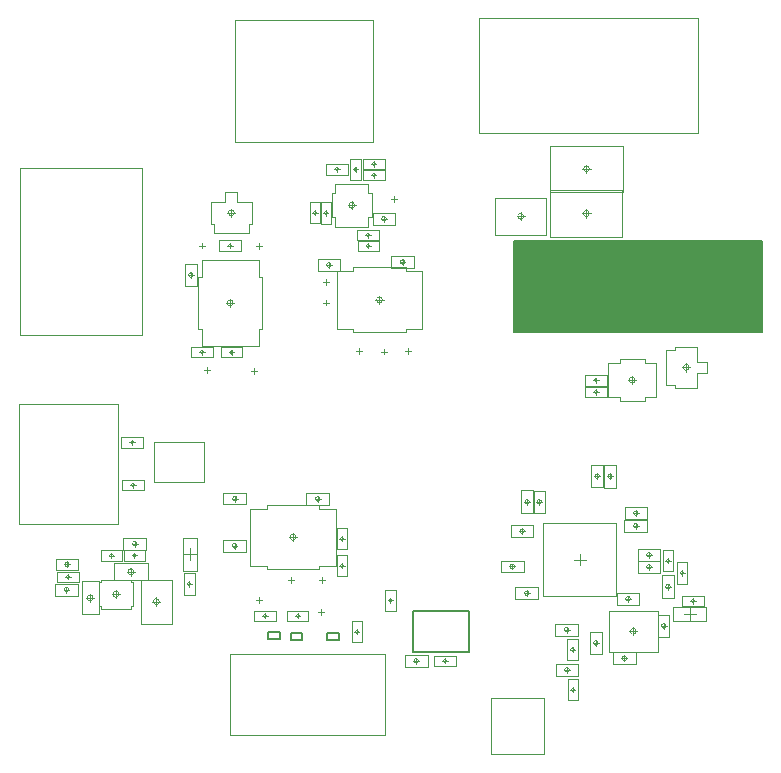
<source format=gbr>
%TF.GenerationSoftware,Altium Limited,Altium Designer,24.4.1 (13)*%
G04 Layer_Color=8388736*
%FSLAX45Y45*%
%MOMM*%
%TF.SameCoordinates,BD841E63-566E-43FA-B15A-678BD665FBE9*%
%TF.FilePolarity,Positive*%
%TF.FileFunction,Other,Top_Courtyard*%
%TF.Part,Single*%
G01*
G75*
%TA.AperFunction,NonConductor*%
%ADD78C,0.20000*%
%ADD80C,0.10000*%
%ADD84C,0.15240*%
%ADD138C,0.05000*%
G36*
X8838684Y7699380D02*
X6738104D01*
Y8471540D01*
X8838684D01*
Y7699380D01*
D02*
G37*
D78*
X5160000Y5090000D02*
X5260000D01*
X5160000D02*
Y5150000D01*
X5260000D01*
Y5090000D02*
Y5150000D01*
X4850000Y5152500D02*
X4950000D01*
Y5092500D02*
Y5152500D01*
X4850000Y5092500D02*
X4950000D01*
X4850000D02*
Y5152500D01*
X4662500Y5157500D02*
X4762500D01*
Y5097500D02*
Y5157500D01*
X4662500Y5097500D02*
X4762500D01*
X4662500D02*
Y5157500D01*
X5889659Y4987501D02*
Y5337500D01*
X6359659D01*
Y4987501D02*
Y5337500D01*
X5889659Y4987501D02*
X6359659D01*
D80*
X7298497Y5721382D02*
Y5821382D01*
X7248497Y5771382D02*
X7348497D01*
D84*
X6738104Y7699380D02*
X8838684D01*
X6738104D02*
Y8471540D01*
X8838684D01*
Y7699380D02*
Y8471540D01*
D138*
X3395980Y5477140D02*
G03*
X3395980Y5477140I-25000J0D01*
G01*
X2981500Y5625000D02*
G03*
X2981500Y5625000I-16500J0D01*
G01*
X6822500Y8677500D02*
G03*
X6822500Y8677500I-25000J0D01*
G01*
X7451499Y7287500D02*
G03*
X7451499Y7287500I-16500J0D01*
G01*
Y7190000D02*
G03*
X7451499Y7190000I-16500J0D01*
G01*
X5571500Y9120000D02*
G03*
X5571500Y9120000I-16500J0D01*
G01*
X5571501Y9025000D02*
G03*
X5571501Y9025000I-16500J0D01*
G01*
X5416500Y9075000D02*
G03*
X5416500Y9075000I-16500J0D01*
G01*
X5524000Y8427500D02*
G03*
X5524000Y8427500I-16500J0D01*
G01*
X5521500Y8517500D02*
G03*
X5521500Y8517500I-16500J0D01*
G01*
X5163721Y8705179D02*
G03*
X5163721Y8705179I-16500J0D01*
G01*
X5259000Y9075000D02*
G03*
X5259000Y9075000I-16500J0D01*
G01*
X5072281Y8707719D02*
G03*
X5072281Y8707719I-16500J0D01*
G01*
X4116500Y7527500D02*
G03*
X4116500Y7527500I-16500J0D01*
G01*
X4649000Y5295000D02*
G03*
X4649000Y5295000I-16500J0D01*
G01*
X5711500Y5425000D02*
G03*
X5711500Y5425000I-16500J0D01*
G01*
X4354000Y8430000D02*
G03*
X4354000Y8430000I-16500J0D01*
G01*
X4926501Y5294999D02*
G03*
X4926501Y5294999I-16500J0D01*
G01*
X6174179Y4913580D02*
G03*
X6174179Y4913580I-16500J0D01*
G01*
X5301500Y5720000D02*
G03*
X5301500Y5720000I-16500J0D01*
G01*
Y5947500D02*
G03*
X5301500Y5947500I-16500J0D01*
G01*
X5426500Y5160000D02*
G03*
X5426500Y5160000I-16500J0D01*
G01*
X4366500Y7527500D02*
G03*
X4366500Y7527500I-16500J0D01*
G01*
X3543440Y5806060D02*
G03*
X3543440Y5806060I-16500J0D01*
G01*
X3349000Y5805000D02*
G03*
X3349000Y5805000I-16500J0D01*
G01*
X3524000Y6762500D02*
G03*
X3524000Y6762500I-16500J0D01*
G01*
X3532300Y6400000D02*
G03*
X3532300Y6400000I-16500J0D01*
G01*
X8274000Y5420000D02*
G03*
X8274000Y5420000I-16500J0D01*
G01*
X4009000Y5565000D02*
G03*
X4009000Y5565000I-16500J0D01*
G01*
X3737500Y5415000D02*
G03*
X3737500Y5415000I-25000J0D01*
G01*
X8181500Y5657500D02*
G03*
X8181500Y5657500I-16500J0D01*
G01*
X8061617Y5761262D02*
G03*
X8061617Y5761262I-16500J0D01*
G01*
X7254000Y5007500D02*
G03*
X7254000Y5007500I-16500J0D01*
G01*
X7256500Y4670000D02*
G03*
X7256500Y4670000I-16500J0D01*
G01*
X7379280Y8701341D02*
G03*
X7379280Y8701341I-25000J0D01*
G01*
X7380000Y9080000D02*
G03*
X7380000Y9080000I-25000J0D01*
G01*
X3177500Y5447700D02*
G03*
X3177500Y5447700I-25000J0D01*
G01*
X3522700Y5667500D02*
G03*
X3522700Y5667500I-25000J0D01*
G01*
X8026250Y5210000D02*
G03*
X8026250Y5210000I-18750J0D01*
G01*
X7903847Y5710462D02*
G03*
X7903847Y5710462I-18750J0D01*
G01*
Y5812062D02*
G03*
X7903847Y5812062I-18750J0D01*
G01*
X7573972Y6475543D02*
G03*
X7573972Y6475543I-18750J0D01*
G01*
X7693773Y4934944D02*
G03*
X7693773Y4934944I-18750J0D01*
G01*
X7791307Y6057522D02*
G03*
X7791307Y6057522I-18750J0D01*
G01*
X7726250Y5440000D02*
G03*
X7726250Y5440000I-18750J0D01*
G01*
X7464752Y6478083D02*
G03*
X7464752Y6478083I-18750J0D01*
G01*
X7453750Y5065000D02*
G03*
X7453750Y5065000I-18750J0D01*
G01*
X7791747Y6163262D02*
G03*
X7791747Y6163262I-18750J0D01*
G01*
X8063750Y5542500D02*
G03*
X8063750Y5542500I-18750J0D01*
G01*
X7206250Y5177500D02*
G03*
X7206250Y5177500I-18750J0D01*
G01*
X7208750Y4837500D02*
G03*
X7208750Y4837500I-18750J0D01*
G01*
X6975407Y6259682D02*
G03*
X6975407Y6259682I-18750J0D01*
G01*
X6868750Y5485000D02*
G03*
X6868750Y5485000I-18750J0D01*
G01*
X6871267Y6260442D02*
G03*
X6871267Y6260442I-18750J0D01*
G01*
X5193750Y8265000D02*
G03*
X5193750Y8265000I-18750J0D01*
G01*
X5658750Y8657500D02*
G03*
X5658750Y8657500I-18750J0D01*
G01*
X5816250Y8290000D02*
G03*
X5816250Y8290000I-18750J0D01*
G01*
X6828750Y6012500D02*
G03*
X6828750Y6012500I-18750J0D01*
G01*
X6746250Y5712500D02*
G03*
X6746250Y5712500I-18750J0D01*
G01*
X5097030Y6285120D02*
G03*
X5097030Y6285120I-18750J0D01*
G01*
X4023750Y8180000D02*
G03*
X4023750Y8180000I-18750J0D01*
G01*
X4396250Y6287500D02*
G03*
X4396250Y6287500I-18750J0D01*
G01*
X4393750Y5887500D02*
G03*
X4393750Y5887500I-18750J0D01*
G01*
X5932589Y4913580D02*
G03*
X5932589Y4913580I-18750J0D01*
G01*
X2976130Y5730160D02*
G03*
X2976130Y5730160I-18750J0D01*
G01*
X2971050Y5516800D02*
G03*
X2971050Y5516800I-18750J0D01*
G01*
X3548750Y5905000D02*
G03*
X3548750Y5905000I-18750J0D01*
G01*
X7776222Y5163544D02*
G03*
X7776222Y5163544I-25000J0D01*
G01*
X5392380Y8770820D02*
G03*
X5392380Y8770820I-25000J0D01*
G01*
X4372500Y8707500D02*
G03*
X4372500Y8707500I-25000J0D01*
G01*
X8225000Y7397500D02*
G03*
X8225000Y7397500I-25000J0D01*
G01*
X7766339Y7290240D02*
G03*
X7766339Y7290240I-25000J0D01*
G01*
X4895000Y5960000D02*
G03*
X4895000Y5960000I-25000J0D01*
G01*
X4362500Y7945000D02*
G03*
X4362500Y7945000I-25000J0D01*
G01*
X5626500Y7969500D02*
G03*
X5626500Y7969500I-25000J0D01*
G01*
X3335980Y5477140D02*
X3405980D01*
X3370980Y5442140D02*
Y5512140D01*
X3245980Y5602140D02*
X3495980D01*
X3245980Y5578140D02*
Y5602140D01*
X3224980Y5578140D02*
X3245980D01*
X3224980Y5376140D02*
Y5578140D01*
Y5376140D02*
X3245980D01*
Y5352140D02*
Y5376140D01*
Y5352140D02*
X3495980D01*
Y5376140D01*
X3516980D01*
Y5578140D01*
X3495980D02*
X3516980D01*
X3495980D02*
Y5602140D01*
X8090000Y5250000D02*
Y5370000D01*
Y5250000D02*
X8370000D01*
Y5370000D01*
X8090000D02*
X8370000D01*
X8230000Y5260000D02*
Y5360000D01*
X8180000Y5310000D02*
X8280000D01*
X3935000Y5955000D02*
X4055000D01*
X3935000Y5675000D02*
Y5955000D01*
Y5675000D02*
X4055000D01*
Y5955000D01*
X3945000Y5815000D02*
X4045000D01*
X3995000Y5765000D02*
Y5865000D01*
X6990997Y6078882D02*
X7605997D01*
X6990997Y5463882D02*
X7605997D01*
Y6078882D01*
X6990997Y5463882D02*
Y6078882D01*
X2965000Y5603000D02*
Y5647000D01*
X2943000Y5625000D02*
X2987000D01*
X2875000Y5581000D02*
X3055000D01*
Y5669000D01*
X2875000D02*
X3055000D01*
X2875000Y5581000D02*
Y5669000D01*
X3692000Y6768750D02*
X4114000D01*
Y6426250D02*
Y6768750D01*
X3692000Y6426250D02*
X4114000D01*
X3692000D02*
Y6768750D01*
X6444000Y10352500D02*
X8295000D01*
Y9382500D02*
Y10352500D01*
X6444000Y9382500D02*
X8295000D01*
X6444000D02*
Y10352500D01*
X3592500Y7670000D02*
Y9090000D01*
X2562500Y7670000D02*
X3592500D01*
X2562500D02*
Y9090000D01*
X3592500D01*
X5547500Y9310000D02*
Y10340000D01*
X4377500D02*
X5547500D01*
X4377500Y9310000D02*
Y10340000D01*
Y9310000D02*
X5547500D01*
X2549500Y7087500D02*
X3392500D01*
X2549500Y6073500D02*
Y7087500D01*
Y6073500D02*
X3392500D01*
Y7087500D01*
X6580500Y8518500D02*
Y8836500D01*
X7014500D01*
Y8518500D02*
Y8836500D01*
X6580500Y8518500D02*
X7014500D01*
X6762500Y8677500D02*
X6832500D01*
X6797500Y8642500D02*
Y8712500D01*
X7344999Y7243500D02*
Y7331500D01*
X7524999D01*
Y7243500D02*
Y7331500D01*
X7344999Y7243500D02*
X7524999D01*
X7412999Y7287500D02*
X7456999D01*
X7434999Y7265500D02*
Y7309500D01*
X7344999Y7146000D02*
Y7234000D01*
X7524999D01*
Y7146000D02*
Y7234000D01*
X7344999Y7146000D02*
X7524999D01*
X7412999Y7190000D02*
X7456999D01*
X7434999Y7168000D02*
Y7212000D01*
X5465000Y9076000D02*
Y9164000D01*
X5645000D01*
Y9076000D02*
Y9164000D01*
X5465000Y9076000D02*
X5645000D01*
X5533000Y9120000D02*
X5577000D01*
X5555000Y9098000D02*
Y9142000D01*
X5465000Y8981001D02*
Y9069000D01*
X5645001D01*
Y8981001D02*
Y9069000D01*
X5465000Y8981001D02*
X5645001D01*
X5533001Y9025000D02*
X5577001D01*
X5555001Y9003001D02*
Y9047000D01*
X5356000Y9165000D02*
X5444000D01*
Y8985000D02*
Y9165000D01*
X5356000Y8985000D02*
X5444000D01*
X5356000D02*
Y9165000D01*
X5400000Y9053000D02*
Y9097000D01*
X5378000Y9075000D02*
X5422000D01*
X5597500Y8383500D02*
Y8471500D01*
X5417500Y8383500D02*
X5597500D01*
X5417500D02*
Y8471500D01*
X5597500D01*
X5485500Y8427500D02*
X5529500D01*
X5507500Y8405500D02*
Y8449500D01*
X5415000Y8473500D02*
Y8561500D01*
X5595000D01*
Y8473500D02*
Y8561500D01*
X5415000Y8473500D02*
X5595000D01*
X5483000Y8517500D02*
X5527000D01*
X5505000Y8495500D02*
Y8539500D01*
X5103221Y8615179D02*
X5191221D01*
X5103221D02*
Y8795179D01*
X5191221D01*
Y8615179D02*
Y8795179D01*
X5147221Y8683179D02*
Y8727179D01*
X5125221Y8705179D02*
X5169221D01*
X5152500Y9031000D02*
Y9119000D01*
X5332500D01*
Y9031000D02*
Y9119000D01*
X5152500Y9031000D02*
X5332500D01*
X5220500Y9075000D02*
X5264500D01*
X5242500Y9053000D02*
Y9097000D01*
X5011781Y8797719D02*
X5099781D01*
Y8617719D02*
Y8797719D01*
X5011781Y8617719D02*
X5099781D01*
X5011781D02*
Y8797719D01*
X5055781Y8685719D02*
Y8729719D01*
X5033781Y8707719D02*
X5077781D01*
X4190000Y7483500D02*
Y7571500D01*
X4010000Y7483500D02*
X4190000D01*
X4010000D02*
Y7571500D01*
X4190000D01*
X4078000Y7527500D02*
X4122000D01*
X4100000Y7505500D02*
Y7549500D01*
X4722500Y5251000D02*
Y5339000D01*
X4542500Y5251000D02*
X4722500D01*
X4542500D02*
Y5339000D01*
X4722500D01*
X4610500Y5295000D02*
X4654500D01*
X4632500Y5273000D02*
Y5317000D01*
X5651000Y5335000D02*
X5739000D01*
X5651000D02*
Y5515000D01*
X5739000D01*
Y5335000D02*
Y5515000D01*
X5695000Y5403000D02*
Y5447000D01*
X5673000Y5425000D02*
X5717000D01*
X4247500Y8386000D02*
Y8474000D01*
X4427500D01*
Y8386000D02*
Y8474000D01*
X4247500Y8386000D02*
X4427500D01*
X4315500Y8430000D02*
X4359500D01*
X4337500Y8408000D02*
Y8452000D01*
X4820001Y5250999D02*
Y5338999D01*
X5000001D01*
Y5250999D02*
Y5338999D01*
X4820001Y5250999D02*
X5000001D01*
X4888001Y5294999D02*
X4932001D01*
X4910001Y5272999D02*
Y5316999D01*
X6247679Y4869581D02*
Y4957580D01*
X6067679Y4869581D02*
X6247679D01*
X6067679D02*
Y4957580D01*
X6247679D01*
X6135679Y4913580D02*
X6179679D01*
X6157679Y4891581D02*
Y4935580D01*
X5241000Y5630000D02*
X5329000D01*
X5241000D02*
Y5810000D01*
X5329000D01*
Y5630000D02*
Y5810000D01*
X5285000Y5698000D02*
Y5742000D01*
X5263000Y5720000D02*
X5307000D01*
X5241000Y6037500D02*
X5329000D01*
Y5857500D02*
Y6037500D01*
X5241000Y5857500D02*
X5329000D01*
X5241000D02*
Y6037500D01*
X5285000Y5925500D02*
Y5969500D01*
X5263000Y5947500D02*
X5307000D01*
X5366000Y5070000D02*
X5454000D01*
X5366000D02*
Y5250000D01*
X5454000D01*
Y5070000D02*
Y5250000D01*
X5410000Y5138000D02*
Y5182000D01*
X5388000Y5160000D02*
X5432000D01*
X4260000Y7483500D02*
Y7571500D01*
X4440000D01*
Y7483500D02*
Y7571500D01*
X4260000Y7483500D02*
X4440000D01*
X4328000Y7527500D02*
X4372000D01*
X4350000Y7505500D02*
Y7549500D01*
X3436940Y5762060D02*
Y5850060D01*
X3616940D01*
Y5762060D02*
Y5850060D01*
X3436940Y5762060D02*
X3616940D01*
X3504940Y5806060D02*
X3548940D01*
X3526940Y5784060D02*
Y5828060D01*
X3242500Y5761000D02*
Y5849000D01*
X3422500D01*
Y5761000D02*
Y5849000D01*
X3242500Y5761000D02*
X3422500D01*
X3310500Y5805000D02*
X3354500D01*
X3332500Y5783000D02*
Y5827000D01*
X3597500Y6718500D02*
Y6806500D01*
X3417500Y6718500D02*
X3597500D01*
X3417500D02*
Y6806500D01*
X3597500D01*
X3485500Y6762500D02*
X3529500D01*
X3507500Y6740500D02*
Y6784500D01*
X3605800Y6356000D02*
Y6444000D01*
X3425800Y6356000D02*
X3605800D01*
X3425800D02*
Y6444000D01*
X3605800D01*
X3493800Y6400000D02*
X3537800D01*
X3515800Y6378000D02*
Y6422000D01*
X8167500Y5376000D02*
Y5464000D01*
X8347500D01*
Y5376000D02*
Y5464000D01*
X8167500Y5376000D02*
X8347500D01*
X8235500Y5420000D02*
X8279500D01*
X8257500Y5398000D02*
Y5442000D01*
X3948500Y5475000D02*
X4036500D01*
X3948500D02*
Y5655000D01*
X4036500D01*
Y5475000D02*
Y5655000D01*
X3992500Y5543000D02*
Y5587000D01*
X3970500Y5565000D02*
X4014500D01*
X3677500Y5415000D02*
X3747500D01*
X3712500Y5380000D02*
Y5450000D01*
X3843500Y5229000D02*
Y5601000D01*
X3581500D02*
X3843500D01*
X3581500Y5229000D02*
Y5601000D01*
Y5229000D02*
X3843500D01*
X8121000Y5747500D02*
X8209000D01*
Y5567500D02*
Y5747500D01*
X8121000Y5567500D02*
X8209000D01*
X8121000D02*
Y5747500D01*
X8165000Y5635500D02*
Y5679500D01*
X8143000Y5657500D02*
X8187000D01*
X8001117Y5851262D02*
X8089116D01*
Y5671262D02*
Y5851262D01*
X8001117Y5671262D02*
X8089116D01*
X8001117D02*
Y5851262D01*
X8045116Y5739262D02*
Y5783262D01*
X8023117Y5761262D02*
X8067116D01*
X7193500Y5097500D02*
X7281500D01*
Y4917500D02*
Y5097500D01*
X7193500Y4917500D02*
X7281500D01*
X7193500D02*
Y5097500D01*
X7237500Y4985500D02*
Y5029500D01*
X7215500Y5007500D02*
X7259500D01*
X7196000Y4760000D02*
X7284000D01*
Y4580000D02*
Y4760000D01*
X7196000Y4580000D02*
X7284000D01*
X7196000D02*
Y4760000D01*
X7240000Y4648000D02*
Y4692000D01*
X7218000Y4670000D02*
X7262000D01*
X7354280Y8666341D02*
Y8736341D01*
X7319281Y8701341D02*
X7389280D01*
X7049281Y8505341D02*
X7659280D01*
Y8897341D01*
X7049281D02*
X7659280D01*
X7049281Y8505341D02*
Y8897341D01*
X7355000Y9045000D02*
Y9115000D01*
X7320000Y9080000D02*
X7390000D01*
X7050000Y8884000D02*
X7660000D01*
Y9276000D01*
X7050000D02*
X7660000D01*
X7050000Y8884000D02*
Y9276000D01*
X3081500Y5306700D02*
X3223500D01*
X3081500D02*
Y5588700D01*
X3223500D01*
Y5306700D02*
Y5588700D01*
X3152500Y5412700D02*
Y5482700D01*
X3117500Y5447700D02*
X3187500D01*
X3356700Y5596500D02*
Y5738500D01*
X3638700D01*
Y5596500D02*
Y5738500D01*
X3356700Y5596500D02*
X3638700D01*
X3462700Y5667500D02*
X3532700D01*
X3497700Y5632500D02*
Y5702500D01*
X7957500Y5306000D02*
X8057500D01*
Y5114000D02*
Y5306000D01*
X7957500Y5114000D02*
X8057500D01*
X7957500D02*
Y5306000D01*
X8007500Y5185000D02*
Y5235000D01*
X7982500Y5210000D02*
X8032500D01*
X7789096Y5660462D02*
Y5760462D01*
X7981097D01*
Y5660462D02*
Y5760462D01*
X7789096Y5660462D02*
X7981097D01*
X7860097Y5710462D02*
X7910096D01*
X7885096Y5685462D02*
Y5735462D01*
X7789096Y5762062D02*
Y5862062D01*
X7981097D01*
Y5762062D02*
Y5862062D01*
X7789096Y5762062D02*
X7981097D01*
X7860097Y5812062D02*
X7910096D01*
X7885096Y5787062D02*
Y5837062D01*
X7505222Y6571543D02*
X7605222D01*
Y6379542D02*
Y6571543D01*
X7505222Y6379542D02*
X7605222D01*
X7505222D02*
Y6571543D01*
X7555222Y6450543D02*
Y6500542D01*
X7530222Y6475543D02*
X7580222D01*
X7579022Y4884944D02*
Y4984944D01*
X7771023D01*
Y4884944D02*
Y4984944D01*
X7579022Y4884944D02*
X7771023D01*
X7650023Y4934944D02*
X7700022D01*
X7675022Y4909944D02*
Y4959944D01*
X7868557Y6007522D02*
Y6107522D01*
X7676557Y6007522D02*
X7868557D01*
X7676557D02*
Y6107522D01*
X7868557D01*
X7747557Y6057522D02*
X7797557D01*
X7772557Y6032522D02*
Y6082522D01*
X7803500Y5390000D02*
Y5490000D01*
X7611500Y5390000D02*
X7803500D01*
X7611500D02*
Y5490000D01*
X7803500D01*
X7682500Y5440000D02*
X7732500D01*
X7707500Y5415000D02*
Y5465000D01*
X7396002Y6574083D02*
X7496002D01*
Y6382082D02*
Y6574083D01*
X7396002Y6382082D02*
X7496002D01*
X7396002D02*
Y6574083D01*
X7446002Y6453083D02*
Y6503082D01*
X7421002Y6478083D02*
X7471002D01*
X7385000Y5161000D02*
X7485000D01*
Y4969000D02*
Y5161000D01*
X7385000Y4969000D02*
X7485000D01*
X7385000D02*
Y5161000D01*
X7435000Y5040000D02*
Y5090000D01*
X7410000Y5065000D02*
X7460000D01*
X7868997Y6113262D02*
Y6213262D01*
X7676997Y6113262D02*
X7868997D01*
X7676997D02*
Y6213262D01*
X7868997D01*
X7747997Y6163262D02*
X7797997D01*
X7772997Y6138262D02*
Y6188262D01*
X7995000Y5638500D02*
X8095000D01*
Y5446500D02*
Y5638500D01*
X7995000Y5446500D02*
X8095000D01*
X7995000D02*
Y5638500D01*
X8045000Y5517500D02*
Y5567500D01*
X8020000Y5542500D02*
X8070000D01*
X7091500Y5127500D02*
Y5227500D01*
X7283500D01*
Y5127500D02*
Y5227500D01*
X7091500Y5127500D02*
X7283500D01*
X7162500Y5177500D02*
X7212500D01*
X7187500Y5152500D02*
Y5202500D01*
X7094000Y4787500D02*
Y4887500D01*
X7286000D01*
Y4787500D02*
Y4887500D01*
X7094000Y4787500D02*
X7286000D01*
X7165000Y4837500D02*
X7215000D01*
X7190000Y4812500D02*
Y4862500D01*
X6906657Y6355682D02*
X7006657D01*
Y6163682D02*
Y6355682D01*
X6906657Y6163682D02*
X7006657D01*
X6906657D02*
Y6355682D01*
X6956657Y6234682D02*
Y6284682D01*
X6931657Y6259682D02*
X6981657D01*
X6754000Y5435000D02*
Y5535000D01*
X6946000D01*
Y5435000D02*
Y5535000D01*
X6754000Y5435000D02*
X6946000D01*
X6825000Y5485000D02*
X6875000D01*
X6850000Y5460000D02*
Y5510000D01*
X6802517Y6356442D02*
X6902517D01*
Y6164442D02*
Y6356442D01*
X6802517Y6164442D02*
X6902517D01*
X6802517D02*
Y6356442D01*
X6852517Y6235442D02*
Y6285442D01*
X6827517Y6260442D02*
X6877517D01*
X5271000Y8215000D02*
Y8315000D01*
X5079000Y8215000D02*
X5271000D01*
X5079000D02*
Y8315000D01*
X5271000D01*
X5150000Y8265000D02*
X5200000D01*
X5175000Y8240000D02*
Y8290000D01*
X5736000Y8607500D02*
Y8707500D01*
X5544000Y8607500D02*
X5736000D01*
X5544000D02*
Y8707500D01*
X5736000D01*
X5615000Y8657500D02*
X5665000D01*
X5640000Y8632500D02*
Y8682500D01*
X5701500Y8240000D02*
Y8340000D01*
X5893500D01*
Y8240000D02*
Y8340000D01*
X5701500Y8240000D02*
X5893500D01*
X5772500Y8290000D02*
X5822500D01*
X5797500Y8265000D02*
Y8315000D01*
X6714000Y5962500D02*
Y6062500D01*
X6906000D01*
Y5962500D02*
Y6062500D01*
X6714000Y5962500D02*
X6906000D01*
X6785000Y6012500D02*
X6835000D01*
X6810000Y5987500D02*
Y6037500D01*
X6631500Y5662500D02*
Y5762500D01*
X6823500D01*
Y5662500D02*
Y5762500D01*
X6631500Y5662500D02*
X6823500D01*
X6702500Y5712500D02*
X6752500D01*
X6727500Y5687500D02*
Y5737500D01*
X4982280Y6235120D02*
Y6335120D01*
X5174280D01*
Y6235120D02*
Y6335120D01*
X4982280Y6235120D02*
X5174280D01*
X5053280Y6285120D02*
X5103280D01*
X5078280Y6260120D02*
Y6310120D01*
X3955000Y8084000D02*
X4055000D01*
X3955000D02*
Y8276000D01*
X4055000D01*
Y8084000D02*
Y8276000D01*
X4005000Y8155000D02*
Y8205000D01*
X3980000Y8180000D02*
X4030000D01*
X4281500Y6237500D02*
Y6337500D01*
X4473500D01*
Y6237500D02*
Y6337500D01*
X4281500Y6237500D02*
X4473500D01*
X4352500Y6287500D02*
X4402500D01*
X4377500Y6262500D02*
Y6312500D01*
X4279000Y5837500D02*
Y5937500D01*
X4471000D01*
Y5837500D02*
Y5937500D01*
X4279000Y5837500D02*
X4471000D01*
X4350000Y5887500D02*
X4400000D01*
X4375000Y5862500D02*
Y5912500D01*
X6009839Y4863581D02*
Y4963580D01*
X5817839Y4863581D02*
X6009839D01*
X5817839D02*
Y4963580D01*
X6009839D01*
X5888839Y4913580D02*
X5938839D01*
X5913839Y4888581D02*
Y4938580D01*
X3053380Y5680160D02*
Y5780160D01*
X2861380Y5680160D02*
X3053380D01*
X2861380D02*
Y5780160D01*
X3053380D01*
X2932380Y5730160D02*
X2982380D01*
X2957380Y5705160D02*
Y5755160D01*
X2856300Y5466800D02*
Y5566800D01*
X3048300D01*
Y5466800D02*
Y5566800D01*
X2856300Y5466800D02*
X3048300D01*
X2927300Y5516800D02*
X2977300D01*
X2952300Y5491800D02*
Y5541800D01*
X3434000Y5855000D02*
Y5955000D01*
X3626000D01*
Y5855000D02*
Y5955000D01*
X3434000Y5855000D02*
X3626000D01*
X3505000Y5905000D02*
X3555000D01*
X3530000Y5880000D02*
Y5930000D01*
X5722500Y8800000D02*
Y8850000D01*
X5697500Y8825000D02*
X5747500D01*
X5147500Y8095000D02*
Y8145000D01*
X5122500Y8120000D02*
X5172500D01*
X5405000Y7537500D02*
X5455000D01*
X5430000Y7512500D02*
Y7562500D01*
X5150000Y7922500D02*
Y7972500D01*
X5125000Y7947500D02*
X5175000D01*
X5612500Y7532500D02*
X5662500D01*
X5637500Y7507500D02*
Y7557500D01*
X5842500Y7510000D02*
Y7560000D01*
X5817500Y7535000D02*
X5867500D01*
X4120000Y7372500D02*
X4170000D01*
X4145000Y7347500D02*
Y7397500D01*
X4560000Y5425000D02*
X4610000D01*
X4585000Y5400000D02*
Y5450000D01*
X4077500Y8430000D02*
X4127500D01*
X4102500Y8405000D02*
Y8455000D01*
X4852500Y5575000D02*
Y5625000D01*
X4827500Y5600000D02*
X4877500D01*
X5087500D02*
X5137500D01*
X5112500Y5575000D02*
Y5625000D01*
X5080000Y5330000D02*
X5130000D01*
X5105000Y5305000D02*
Y5355000D01*
X4515000Y7365000D02*
X4565000D01*
X4540000Y7340000D02*
Y7390000D01*
X4580000Y8400000D02*
Y8450000D01*
X4555000Y8425000D02*
X4605000D01*
X7716223Y5163544D02*
X7786222D01*
X7751222Y5128544D02*
Y5198544D01*
X7545222Y4992544D02*
X7957223D01*
Y5334544D01*
X7545222D02*
X7957223D01*
X7545222Y4992544D02*
Y5334544D01*
X4333500Y4287500D02*
Y4967500D01*
Y4287500D02*
X5648501D01*
Y4967500D01*
X4333500D02*
X5648501D01*
X5199381Y8873820D02*
X5226880D01*
Y8954320D01*
X5507881D01*
Y8873820D02*
Y8954320D01*
Y8873820D02*
X5535380D01*
Y8667820D02*
Y8873820D01*
X5507881Y8667820D02*
X5535380D01*
X5507881Y8587320D02*
Y8667820D01*
X5226880Y8587320D02*
X5507881D01*
X5226880D02*
Y8667820D01*
X5199381D02*
X5226880D01*
X5199381D02*
Y8873820D01*
X5332380Y8770820D02*
X5402380D01*
X5367380Y8735820D02*
Y8805820D01*
X4347500Y8672500D02*
Y8742500D01*
X4312500Y8707500D02*
X4382500D01*
X4522500Y8615500D02*
Y8799500D01*
X4397500D02*
X4522500D01*
X4397500D02*
Y8879000D01*
X4297500D02*
X4397500D01*
X4297500Y8799500D02*
Y8879000D01*
X4172500Y8799500D02*
X4297500D01*
X4172500Y8615500D02*
Y8799500D01*
Y8615500D02*
X4197500D01*
Y8536000D02*
Y8615500D01*
Y8536000D02*
X4497500D01*
Y8615500D01*
X4522500D01*
X8165000Y7397500D02*
X8235000D01*
X8200000Y7362500D02*
Y7432500D01*
X8108000Y7222500D02*
X8292000D01*
Y7347500D01*
X8371500D01*
Y7447500D01*
X8292000D02*
X8371500D01*
X8292000D02*
Y7572500D01*
X8108000D02*
X8292000D01*
X8108000Y7547500D02*
Y7572500D01*
X8028500Y7547500D02*
X8108000D01*
X8028500Y7247500D02*
Y7547500D01*
Y7247500D02*
X8108000D01*
Y7222500D02*
Y7247500D01*
X7706339Y7290240D02*
X7776339D01*
X7741339Y7255240D02*
Y7325240D01*
X7636339Y7115240D02*
X7846339D01*
Y7145740D01*
X7941339D01*
Y7434740D01*
X7846339D02*
X7941339D01*
X7846339D02*
Y7465240D01*
X7636339D02*
X7846339D01*
X7636339Y7434740D02*
Y7465240D01*
X7541339Y7434740D02*
X7636339D01*
X7541339Y7145740D02*
Y7434740D01*
Y7145740D02*
X7636339D01*
Y7115240D02*
Y7145740D01*
X4835000Y5960000D02*
X4905000D01*
X4870000Y5925000D02*
Y5995000D01*
X4650000Y5690000D02*
X5090000D01*
Y5718000D01*
X5236000D01*
Y6202000D01*
X5090000D02*
X5236000D01*
X5090000D02*
Y6230000D01*
X4650000D02*
X5090000D01*
X4650000Y6202000D02*
Y6230000D01*
X4504000Y6202000D02*
X4650000D01*
X4504000Y5718000D02*
Y6202000D01*
Y5718000D02*
X4650000D01*
Y5690000D02*
Y5718000D01*
X4337500Y7910000D02*
Y7980000D01*
X4302500Y7945000D02*
X4372500D01*
X4607500Y7725000D02*
Y8165000D01*
X4579500D02*
X4607500D01*
X4579500D02*
Y8311000D01*
X4095500D02*
X4579500D01*
X4095500Y8165000D02*
Y8311000D01*
X4067500Y8165000D02*
X4095500D01*
X4067500Y7725000D02*
Y8165000D01*
Y7725000D02*
X4095500D01*
Y7579000D02*
Y7725000D01*
Y7579000D02*
X4579500D01*
Y7725000D01*
X4607500D01*
X5566500Y7969500D02*
X5636500D01*
X5601500Y7934500D02*
Y8004500D01*
X5376500Y7694500D02*
X5826500D01*
Y7726000D01*
X5963000D01*
Y8213000D01*
X5826500D02*
X5963000D01*
X5826500D02*
Y8244500D01*
X5376500D02*
X5826500D01*
X5376500Y8213000D02*
Y8244500D01*
X5240000Y8213000D02*
X5376500D01*
X5240000Y7726000D02*
Y8213000D01*
Y7726000D02*
X5376500D01*
Y7694500D02*
Y7726000D01*
X6542500Y4122500D02*
X6992500D01*
Y4597500D01*
X6542500D02*
X6992500D01*
X6542500Y4122500D02*
Y4597500D01*
%TF.MD5,81adf262dbdb1352e5921d3b6fa7bd95*%
M02*

</source>
